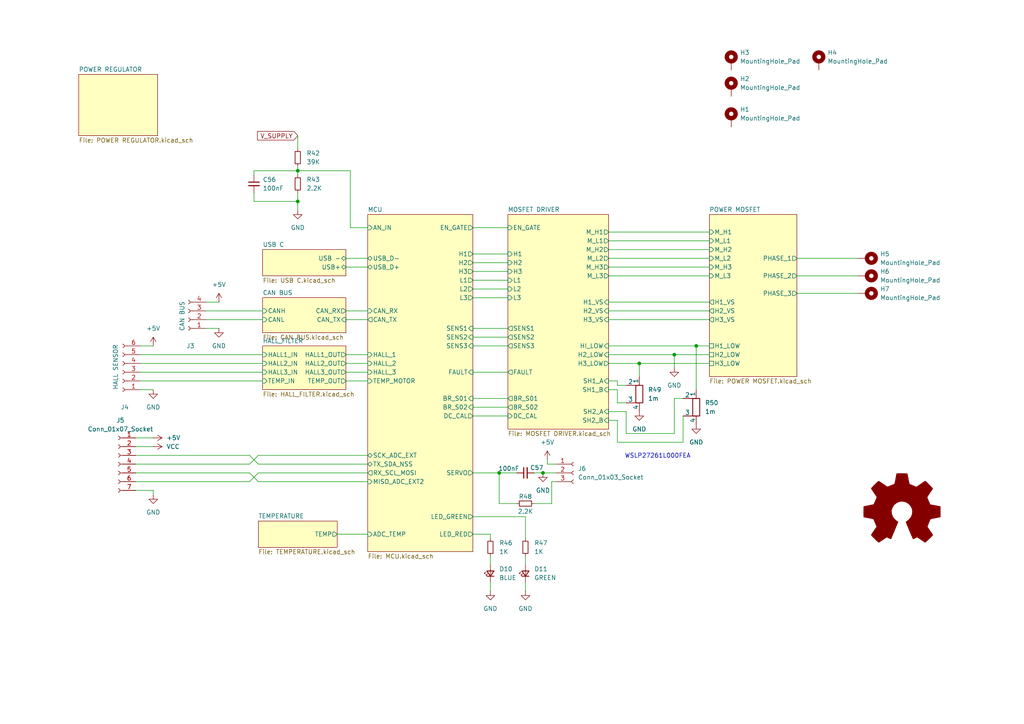
<source format=kicad_sch>
(kicad_sch (version 20231120) (generator "eeschema") (generator_version "8.0")
  (paper "A4")
  (lib_symbols
    (symbol "Connector:Conn_01x03_Socket" (pin_names (offset 1.016) hide)
      (property "Reference" "J" (at 0 5.08 0))
      (property "Value" "Conn_01x03_Socket" (at 0 -5.08 0))
      (symbol "Conn_01x03_Socket_1_1"
        (arc (start 0 -2.032) (mid -0.5058 -2.54) (end 0 -3.048) (stroke (width 0.1524)))
        (polyline (pts (xy -1.27 -2.54) (xy -0.508 -2.54)) (stroke (width 0.1524)))
        (polyline (pts (xy -1.27 0) (xy -0.508 0)) (stroke (width 0.1524)))
        (polyline (pts (xy -1.27 2.54) (xy -0.508 2.54)) (stroke (width 0.1524)))
        (arc (start 0 0.508) (mid -0.5058 0) (end 0 -0.508) (stroke (width 0.1524)))
        (arc (start 0 3.048) (mid -0.5058 2.54) (end 0 2.032) (stroke (width 0.1524)))
        (pin passive line (at -5.08 2.54 0) (length 3.81) (name "Pin_1") (number "1"))
        (pin passive line (at -5.08 0 0) (length 3.81) (name "Pin_2") (number "2"))
        (pin passive line (at -5.08 -2.54 0) (length 3.81) (name "Pin_3") (number "3"))
      )
    )
    (symbol "Connector:Conn_01x04_Socket" (pin_names (offset 1.016) hide)
      (property "Reference" "J" (at 0 5.08 0))
      (property "Value" "Conn_01x04_Socket" (at 0 -7.62 0))
      (symbol "Conn_01x04_Socket_1_1"
        (arc (start 0 -4.572) (mid -0.5058 -5.08) (end 0 -5.588) (stroke (width 0.1524)))
        (arc (start 0 -2.032) (mid -0.5058 -2.54) (end 0 -3.048) (stroke (width 0.1524)))
        (polyline (pts (xy -1.27 -5.08) (xy -0.508 -5.08)) (stroke (width 0.1524)))
        (polyline (pts (xy -1.27 -2.54) (xy -0.508 -2.54)) (stroke (width 0.1524)))
        (polyline (pts (xy -1.27 0) (xy -0.508 0)) (stroke (width 0.1524)))
        (polyline (pts (xy -1.27 2.54) (xy -0.508 2.54)) (stroke (width 0.1524)))
        (arc (start 0 0.508) (mid -0.5058 0) (end 0 -0.508) (stroke (width 0.1524)))
        (arc (start 0 3.048) (mid -0.5058 2.54) (end 0 2.032) (stroke (width 0.1524)))
        (pin passive line (at -5.08 2.54 0) (length 3.81) (name "Pin_1") (number "1"))
        (pin passive line (at -5.08 0 0) (length 3.81) (name "Pin_2") (number "2"))
        (pin passive line (at -5.08 -2.54 0) (length 3.81) (name "Pin_3") (number "3"))
        (pin passive line (at -5.08 -5.08 0) (length 3.81) (name "Pin_4") (number "4"))
      )
    )
    (symbol "Connector:Conn_01x06_Socket" (pin_names (offset 1.016) hide)
      (property "Reference" "J" (at 0 7.62 0))
      (property "Value" "Conn_01x06_Socket" (at 0 -10.16 0))
      (symbol "Conn_01x06_Socket_1_1"
        (arc (start 0 -7.112) (mid -0.5058 -7.62) (end 0 -8.128) (stroke (width 0.1524)))
        (arc (start 0 -4.572) (mid -0.5058 -5.08) (end 0 -5.588) (stroke (width 0.1524)))
        (arc (start 0 -2.032) (mid -0.5058 -2.54) (end 0 -3.048) (stroke (width 0.1524)))
        (polyline (pts (xy -1.27 -7.62) (xy -0.508 -7.62)) (stroke (width 0.1524)))
        (polyline (pts (xy -1.27 -5.08) (xy -0.508 -5.08)) (stroke (width 0.1524)))
        (polyline (pts (xy -1.27 -2.54) (xy -0.508 -2.54)) (stroke (width 0.1524)))
        (polyline (pts (xy -1.27 0) (xy -0.508 0)) (stroke (width 0.1524)))
        (polyline (pts (xy -1.27 2.54) (xy -0.508 2.54)) (stroke (width 0.1524)))
        (polyline (pts (xy -1.27 5.08) (xy -0.508 5.08)) (stroke (width 0.1524)))
        (arc (start 0 0.508) (mid -0.5058 0) (end 0 -0.508) (stroke (width 0.1524)))
        (arc (start 0 3.048) (mid -0.5058 2.54) (end 0 2.032) (stroke (width 0.1524)))
        (arc (start 0 5.588) (mid -0.5058 5.08) (end 0 4.572) (stroke (width 0.1524)))
        (pin passive line (at -5.08 5.08 0) (length 3.81) (name "Pin_1") (number "1"))
        (pin passive line (at -5.08 2.54 0) (length 3.81) (name "Pin_2") (number "2"))
        (pin passive line (at -5.08 0 0) (length 3.81) (name "Pin_3") (number "3"))
        (pin passive line (at -5.08 -2.54 0) (length 3.81) (name "Pin_4") (number "4"))
        (pin passive line (at -5.08 -5.08 0) (length 3.81) (name "Pin_5") (number "5"))
        (pin passive line (at -5.08 -7.62 0) (length 3.81) (name "Pin_6") (number "6"))
      )
    )
    (symbol "Connector:Conn_01x07_Socket" (pin_names (offset 1.016) hide)
      (property "Reference" "J" (at 0 10.16 0))
      (property "Value" "Conn_01x07_Socket" (at 0 -10.16 0))
      (symbol "Conn_01x07_Socket_1_1"
        (arc (start 0 -7.112) (mid -0.5058 -7.62) (end 0 -8.128) (stroke (width 0.1524)))
        (arc (start 0 -4.572) (mid -0.5058 -5.08) (end 0 -5.588) (stroke (width 0.1524)))
        (arc (start 0 -2.032) (mid -0.5058 -2.54) (end 0 -3.048) (stroke (width 0.1524)))
        (polyline (pts (xy -1.27 -7.62) (xy -0.508 -7.62)) (stroke (width 0.1524)))
        (polyline (pts (xy -1.27 -5.08) (xy -0.508 -5.08)) (stroke (width 0.1524)))
        (polyline (pts (xy -1.27 -2.54) (xy -0.508 -2.54)) (stroke (width 0.1524)))
        (polyline (pts (xy -1.27 0) (xy -0.508 0)) (stroke (width 0.1524)))
        (polyline (pts (xy -1.27 2.54) (xy -0.508 2.54)) (stroke (width 0.1524)))
        (polyline (pts (xy -1.27 5.08) (xy -0.508 5.08)) (stroke (width 0.1524)))
        (polyline (pts (xy -1.27 7.62) (xy -0.508 7.62)) (stroke (width 0.1524)))
        (arc (start 0 0.508) (mid -0.5058 0) (end 0 -0.508) (stroke (width 0.1524)))
        (arc (start 0 3.048) (mid -0.5058 2.54) (end 0 2.032) (stroke (width 0.1524)))
        (arc (start 0 5.588) (mid -0.5058 5.08) (end 0 4.572) (stroke (width 0.1524)))
        (arc (start 0 8.128) (mid -0.5058 7.62) (end 0 7.112) (stroke (width 0.1524)))
        (pin passive line (at -5.08 7.62 0) (length 3.81) (name "Pin_1") (number "1"))
        (pin passive line (at -5.08 5.08 0) (length 3.81) (name "Pin_2") (number "2"))
        (pin passive line (at -5.08 2.54 0) (length 3.81) (name "Pin_3") (number "3"))
        (pin passive line (at -5.08 0 0) (length 3.81) (name "Pin_4") (number "4"))
        (pin passive line (at -5.08 -2.54 0) (length 3.81) (name "Pin_5") (number "5"))
        (pin passive line (at -5.08 -5.08 0) (length 3.81) (name "Pin_6") (number "6"))
        (pin passive line (at -5.08 -7.62 0) (length 3.81) (name "Pin_7") (number "7"))
      )
    )
    (symbol "Device:C_Small" (pin_numbers hide) (pin_names (offset 0.254) hide)
      (property "Reference" "C" (at 0.254 1.778 0))
      (property "Value" "C_Small" (at 0.254 -2.032 0))
      (symbol "C_Small_0_1"
        (polyline (pts (xy -1.524 -0.508) (xy 1.524 -0.508)) (stroke (width 0.3302)))
        (polyline (pts (xy -1.524 0.508) (xy 1.524 0.508)) (stroke (width 0.3048)))
      )
      (symbol "C_Small_1_1"
        (pin passive line (at 0 2.54 270) (length 2.032) (name "~") (number "1"))
        (pin passive line (at 0 -2.54 90) (length 2.032) (name "~") (number "2"))
      )
    )
    (symbol "Device:LED_Small" (pin_numbers hide) (pin_names (offset 0.254) hide)
      (property "Reference" "D" (at -1.27 3.175 0))
      (property "Value" "LED_Small" (at -4.445 -2.54 0))
      (symbol "LED_Small_0_1"
        (polyline (pts (xy -0.762 -1.016) (xy -0.762 1.016)) (stroke (width 0.254)))
        (polyline (pts (xy 1.016 0) (xy -0.762 0)))
        (polyline (pts (xy 0.762 -1.016) (xy -0.762 0) (xy 0.762 1.016) (xy 0.762 -1.016)) (stroke (width 0.254)))
        (polyline (pts (xy 0 0.762) (xy -0.508 1.27) (xy -0.254 1.27) (xy -0.508 1.27) (xy -0.508 1.016)))
        (polyline (pts (xy 0.508 1.27) (xy 0 1.778) (xy 0.254 1.778) (xy 0 1.778) (xy 0 1.524)))
      )
      (symbol "LED_Small_1_1"
        (pin passive line (at -2.54 0 0) (length 1.778) (name "K") (number "1"))
        (pin passive line (at 2.54 0 180) (length 1.778) (name "A") (number "2"))
      )
    )
    (symbol "Device:R_Shunt" (pin_numbers hide) (pin_names (offset 0))
      (property "Reference" "R" (at -4.445 0 90))
      (property "Value" "R_Shunt" (at -2.54 0 90))
      (symbol "R_Shunt_0_1"
        (rectangle (start -1.016 -2.54) (end 1.016 2.54) (stroke (width 0.254)))
        (polyline (pts (xy 0 -2.54) (xy 1.27 -2.54)))
        (polyline (pts (xy 1.27 2.54) (xy 0 2.54)))
      )
      (symbol "R_Shunt_1_1"
        (pin passive line (at 0 5.08 270) (length 2.54) (name "1") (number "1"))
        (pin passive line (at 3.81 2.54 180) (length 2.54) (name "2") (number "2"))
        (pin passive line (at 3.81 -2.54 180) (length 2.54) (name "3") (number "3"))
        (pin passive line (at 0 -5.08 90) (length 2.54) (name "4") (number "4"))
      )
    )
    (symbol "Device:R_Small" (pin_numbers hide) (pin_names (offset 0.254) hide)
      (property "Reference" "R" (at 0.762 0.508 0))
      (property "Value" "R_Small" (at 0.762 -1.016 0))
      (symbol "R_Small_0_1"
        (rectangle (start -0.762 1.778) (end 0.762 -1.778) (stroke (width 0.2032)))
      )
      (symbol "R_Small_1_1"
        (pin passive line (at 0 2.54 270) (length 0.762) (name "~") (number "1"))
        (pin passive line (at 0 -2.54 90) (length 0.762) (name "~") (number "2"))
      )
    )
    (symbol "Graphic:Logo_Open_Hardware_Large" (in_bom no) (on_board no)
      (symbol "Logo_Open_Hardware_Large_1_1"
        (polyline (pts (xy 6.731 -8.7122) (xy 6.6294 -8.6614) (xy 6.35 -8.4836) (xy 5.9944 -8.255) (xy 5.5372 -7.9502) (xy 5.1054 -7.6454) (xy 4.7498 -7.4168) (xy 4.4958 -7.239) (xy 4.3942 -7.1882) (xy 4.318 -7.2136) (xy 4.1148 -7.3152) (xy 3.81 -7.4676) (xy 3.6322 -7.5692) (xy 3.3528 -7.6708) (xy 3.2258 -7.6962) (xy 3.2004 -7.6708) (xy 3.0988 -7.4676) (xy 2.9464 -7.0866) (xy 2.7178 -6.604) (xy 2.4892 -6.0452) (xy 2.2352 -5.4356) (xy 1.9558 -4.826) (xy 1.7272 -4.2164) (xy 1.4986 -3.683) (xy 1.3208 -3.2512) (xy 1.2192 -2.9464) (xy 1.1684 -2.8194) (xy 1.1938 -2.794) (xy 1.3208 -2.667) (xy 1.5748 -2.4892) (xy 2.0828 -2.0574) (xy 2.6162 -1.397) (xy 2.921 -0.6604) (xy 3.048 0.1524) (xy 2.9464 0.9144) (xy 2.6416 1.6256) (xy 2.1336 2.286) (xy 1.524 2.7686) (xy 0.8128 3.0734) (xy 0 3.175) (xy -0.762 3.0988) (xy -1.4986 2.794) (xy -2.159 2.286) (xy -2.4384 1.9812) (xy -2.8194 1.3208) (xy -3.048 0.6096) (xy -3.0734 0.4318) (xy -3.0226 -0.3556) (xy -2.794 -1.0922) (xy -2.3876 -1.7526) (xy -1.8288 -2.3114) (xy -1.7526 -2.3622) (xy -1.4732 -2.5654) (xy -1.2954 -2.6924) (xy -1.1684 -2.8194) (xy -2.159 -5.207) (xy -2.3114 -5.588) (xy -2.5908 -6.2484) (xy -2.8194 -6.8072) (xy -3.0226 -7.2644) (xy -3.1496 -7.5692) (xy -3.2258 -7.6708) (xy -3.2258 -7.6962) (xy -3.302 -7.6962) (xy -3.4798 -7.6454) (xy -3.8354 -7.4676) (xy -4.0386 -7.366) (xy -4.2926 -7.239) (xy -4.4196 -7.1882) (xy -4.5212 -7.239) (xy -4.7498 -7.3914) (xy -5.1054 -7.6454) (xy -5.5372 -7.9248) (xy -5.9436 -8.2042) (xy -6.3246 -8.4582) (xy -6.604 -8.636) (xy -6.731 -8.7122) (xy -6.7564 -8.7122) (xy -6.858 -8.636) (xy -7.0866 -8.4582) (xy -7.4168 -8.1534) (xy -7.874 -7.6962) (xy -7.9502 -7.62) (xy -8.3312 -7.239) (xy -8.636 -6.9088) (xy -8.8392 -6.6802) (xy -8.9154 -6.5786) (xy -8.9154 -6.5786) (xy -8.8392 -6.4516) (xy -8.6614 -6.1722) (xy -8.4328 -5.7912) (xy -8.128 -5.3594) (xy -7.3152 -4.191) (xy -7.7724 -3.0988) (xy -7.8994 -2.7686) (xy -8.0772 -2.3622) (xy -8.2042 -2.0828) (xy -8.255 -1.9558) (xy -8.382 -1.905) (xy -8.6614 -1.8542) (xy -9.0932 -1.7526) (xy -9.6266 -1.651) (xy -10.1092 -1.5748) (xy -10.541 -1.4732) (xy -10.8712 -1.4224) (xy -11.0236 -1.397) (xy -11.049 -1.3716) (xy -11.0744 -1.2954) (xy -11.0998 -1.143) (xy -11.0998 -0.889) (xy -11.1252 -0.4572) (xy -11.1252 0.1524) (xy -11.1252 0.2286) (xy -11.0998 0.8128) (xy -11.0998 1.27) (xy -11.0744 1.5494) (xy -11.0744 1.6764) (xy -11.0744 1.6764) (xy -10.922 1.7018) (xy -10.6172 1.778) (xy -10.16 1.8542) (xy -9.652 1.9558) (xy -9.6012 1.9812) (xy -9.0932 2.0828) (xy -8.636 2.159) (xy -8.3312 2.2352) (xy -8.2042 2.286) (xy -8.1788 2.3114) (xy -8.0772 2.5146) (xy -7.9248 2.8448) (xy -7.747 3.2512) (xy -7.5692 3.6576) (xy -7.4168 4.0386) (xy -7.3152 4.318) (xy -7.2898 4.445) (xy -7.2898 4.445) (xy -7.366 4.572) (xy -7.5438 4.826) (xy -7.7978 5.207) (xy -8.128 5.6642) (xy -8.128 5.6896) (xy -8.4328 6.1468) (xy -8.6868 6.5278) (xy -8.8392 6.7818) (xy -8.9154 6.9088) (xy -8.9154 6.9088) (xy -8.8138 7.0358) (xy -8.5852 7.2898) (xy -8.255 7.6454) (xy -7.874 8.0264) (xy -7.747 8.1534) (xy -7.3152 8.5852) (xy -7.0104 8.8646) (xy -6.8326 8.9916) (xy -6.731 9.0424) (xy -6.731 9.0424) (xy -6.604 8.9408) (xy -6.3246 8.763) (xy -5.9436 8.509) (xy -5.4864 8.2042) (xy -5.461 8.1788) (xy -5.0038 7.874) (xy -4.6482 7.62) (xy -4.3688 7.4422) (xy -4.2672 7.3914) (xy -4.2418 7.3914) (xy -4.064 7.4422) (xy -3.7338 7.5438) (xy -3.3528 7.6962) (xy -2.9464 7.874) (xy -2.5654 8.0264) (xy -2.286 8.1534) (xy -2.159 8.2296) (xy -2.159 8.2296) (xy -2.1082 8.382) (xy -2.032 8.7122) (xy -1.9304 9.1694) (xy -1.8288 9.7282) (xy -1.8034 9.8044) (xy -1.7018 10.3378) (xy -1.6256 10.7696) (xy -1.5748 11.0744) (xy -1.524 11.2014) (xy -1.4478 11.2268) (xy -1.1938 11.2522) (xy -0.8128 11.2522) (xy -0.3302 11.2522) (xy 0.1524 11.2522) (xy 0.6604 11.2522) (xy 1.0668 11.2268) (xy 1.3716 11.2014) (xy 1.4986 11.176) (xy 1.4986 11.176) (xy 1.5494 11.0236) (xy 1.6256 10.6934) (xy 1.7018 10.2108) (xy 1.8288 9.6774) (xy 1.8288 9.5758) (xy 1.9304 9.0424) (xy 2.032 8.6106) (xy 2.0828 8.3058) (xy 2.1336 8.2042) (xy 2.159 8.1788) (xy 2.3876 8.0772) (xy 2.7432 7.9248) (xy 3.175 7.747) (xy 4.191 7.3406) (xy 5.461 8.2042) (xy 5.5626 8.2804) (xy 6.0198 8.5852) (xy 6.3754 8.8392) (xy 6.6294 8.9916) (xy 6.7564 9.0424) (xy 6.7564 9.0424) (xy 6.8834 8.9408) (xy 7.1374 8.7122) (xy 7.4676 8.382) (xy 7.8486 7.9756) (xy 8.1534 7.6962) (xy 8.4836 7.3406) (xy 8.7122 7.112) (xy 8.8392 6.9596) (xy 8.8646 6.858) (xy 8.8646 6.8072) (xy 8.7884 6.6802) (xy 8.6106 6.4008) (xy 8.3312 6.0198) (xy 8.0264 5.588) (xy 7.7978 5.207) (xy 7.5184 4.8006) (xy 7.3406 4.4958) (xy 7.2898 4.3434) (xy 7.2898 4.2926) (xy 7.3914 4.0386) (xy 7.5184 3.683) (xy 7.7216 3.2258) (xy 8.1534 2.2352) (xy 8.7884 2.1082) (xy 9.1948 2.0574) (xy 9.7536 1.9304) (xy 10.2616 1.8288) (xy 11.0998 1.6764) (xy 11.1252 -1.3208) (xy 10.9982 -1.3716) (xy 10.8712 -1.397) (xy 10.5664 -1.4732) (xy 10.1346 -1.5494) (xy 9.6266 -1.651) (xy 9.1948 -1.7272) (xy 8.7376 -1.8288) (xy 8.4328 -1.8796) (xy 8.2804 -1.905) (xy 8.255 -1.9558) (xy 8.1534 -2.159) (xy 7.9756 -2.5146) (xy 7.8232 -2.921) (xy 7.6454 -3.3274) (xy 7.493 -3.7338) (xy 7.366 -4.0132) (xy 7.3406 -4.191) (xy 7.3914 -4.2926) (xy 7.5692 -4.5466) (xy 7.7978 -4.9276) (xy 8.1026 -5.3594) (xy 8.4074 -5.7912) (xy 8.6614 -6.1722) (xy 8.8138 -6.4262) (xy 8.89 -6.5532) (xy 8.8646 -6.6548) (xy 8.6868 -6.858) (xy 8.3566 -7.1882) (xy 7.874 -7.6708) (xy 7.7978 -7.747) (xy 7.3914 -8.128) (xy 7.0612 -8.4328) (xy 6.8326 -8.636) (xy 6.731 -8.7122)) (fill (type outline)))
      )
    )
    (symbol "Mechanical:MountingHole_Pad" (pin_numbers hide) (pin_names (offset 1.016) hide) (exclude_from_sim yes) (in_bom no)
      (property "Reference" "H" (at 0 6.35 0))
      (property "Value" "MountingHole_Pad" (at 0 4.445 0))
      (symbol "MountingHole_Pad_0_1"
        (circle (center 0 1.27) (radius 1.27) (stroke (width 1.27)))
      )
      (symbol "MountingHole_Pad_1_1"
        (pin input line (at 0 -2.54 90) (length 2.54) (name "1") (number "1"))
      )
    )
    (symbol "power:+5V" (power) (pin_numbers hide) (pin_names (offset 0) hide)
      (property "Value" "+5V" (at 0 3.556 0))
      (symbol "+5V_0_1"
        (polyline (pts (xy -0.762 1.27) (xy 0 2.54)))
        (polyline (pts (xy 0 0) (xy 0 2.54)))
        (polyline (pts (xy 0 2.54) (xy 0.762 1.27)))
      )
      (symbol "+5V_1_1"
        (pin power_in line (at 0 0 90) (length 0) (name "~") (number "1"))
      )
    )
    (symbol "power:GND" (power) (pin_numbers hide) (pin_names (offset 0) hide)
      (property "Value" "GND" (at 0 -3.81 0))
      (symbol "GND_0_1"
        (polyline (pts (xy 0 0) (xy 0 -1.27) (xy 1.27 -1.27) (xy 0 -2.54) (xy -1.27 -1.27) (xy 0 -1.27)))
      )
      (symbol "GND_1_1"
        (pin power_in line (at 0 0 270) (length 0) (name "~") (number "1"))
      )
    )
    (symbol "power:VCC" (power) (pin_numbers hide) (pin_names (offset 0) hide)
      (property "Value" "VCC" (at 0 3.556 0))
      (symbol "VCC_0_1"
        (polyline (pts (xy -0.762 1.27) (xy 0 2.54)))
        (polyline (pts (xy 0 0) (xy 0 2.54)))
        (polyline (pts (xy 0 2.54) (xy 0.762 1.27)))
      )
      (symbol "VCC_1_1"
        (pin power_in line (at 0 0 90) (length 0) (name "~") (number "1"))
      )
    )
  )
  (junction (at 201.93 100.33))
  (junction (at 144.78 137.16))
  (junction (at 195.58 102.87))
  (junction (at 86.36 49.53))
  (junction (at 157.48 137.16))
  (junction (at 185.42 105.41))
  (junction (at 86.36 58.42))
  (wire (pts (xy 86.36 58.42) (xy 86.36 55.88)))
  (wire (pts (xy 97.79 154.94) (xy 106.68 154.94)))
  (wire (pts (xy 144.78 146.05) (xy 144.78 137.16)))
  (wire (pts (xy 195.58 125.73) (xy 195.58 115.57)))
  (wire (pts (xy 176.53 74.93) (xy 205.74 74.93)))
  (wire (pts (xy 179.07 111.76) (xy 181.61 111.76)))
  (wire (pts (xy 142.24 154.94) (xy 142.24 156.21)))
  (wire (pts (xy 137.16 76.2) (xy 147.32 76.2)))
  (wire (pts (xy 39.37 137.16) (xy 72.39 137.16)))
  (wire (pts (xy 86.36 58.42) (xy 86.36 60.96)))
  (wire (pts (xy 100.33 74.93) (xy 106.68 74.93)))
  (wire (pts (xy 74.93 137.16) (xy 106.68 137.16)))
  (wire (pts (xy 195.58 102.87) (xy 205.74 102.87)))
  (wire (pts (xy 73.66 50.8) (xy 73.66 49.53)))
  (wire (pts (xy 161.29 134.62) (xy 158.75 134.62)))
  (wire (pts (xy 100.33 102.87) (xy 106.68 102.87)))
  (wire (pts (xy 137.16 118.11) (xy 147.32 118.11)))
  (wire (pts (xy 137.16 149.86) (xy 152.4 149.86)))
  (wire (pts (xy 176.53 113.03) (xy 179.07 113.03)))
  (wire (pts (xy 201.93 100.33) (xy 201.93 113.03)))
  (wire (pts (xy 154.94 146.05) (xy 160.02 146.05)))
  (wire (pts (xy 231.14 80.01) (xy 248.92 80.01)))
  (wire (pts (xy 176.53 92.71) (xy 205.74 92.71)))
  (wire (pts (xy 160.02 139.7) (xy 161.29 139.7)))
  (wire (pts (xy 176.53 121.92) (xy 179.07 121.92)))
  (wire (pts (xy 73.66 49.53) (xy 86.36 49.53)))
  (wire (pts (xy 176.53 80.01) (xy 205.74 80.01)))
  (wire (pts (xy 176.53 72.39) (xy 205.74 72.39)))
  (wire (pts (xy 176.53 119.38) (xy 181.61 119.38)))
  (wire (pts (xy 176.53 105.41) (xy 185.42 105.41)))
  (wire (pts (xy 101.6 49.53) (xy 101.6 66.04)))
  (wire (pts (xy 72.39 139.7) (xy 74.93 137.16)))
  (wire (pts (xy 152.4 168.91) (xy 152.4 171.45)))
  (wire (pts (xy 137.16 66.04) (xy 147.32 66.04)))
  (wire (pts (xy 74.93 132.08) (xy 106.68 132.08)))
  (wire (pts (xy 137.16 78.74) (xy 147.32 78.74)))
  (wire (pts (xy 198.12 128.27) (xy 198.12 120.65)))
  (wire (pts (xy 100.33 77.47) (xy 106.68 77.47)))
  (wire (pts (xy 185.42 105.41) (xy 185.42 109.22)))
  (wire (pts (xy 142.24 161.29) (xy 142.24 163.83)))
  (wire (pts (xy 86.36 49.53) (xy 101.6 49.53)))
  (wire (pts (xy 176.53 90.17) (xy 205.74 90.17)))
  (wire (pts (xy 142.24 168.91) (xy 142.24 171.45)))
  (wire (pts (xy 137.16 107.95) (xy 147.32 107.95)))
  (wire (pts (xy 72.39 132.08) (xy 74.93 134.62)))
  (wire (pts (xy 137.16 154.94) (xy 142.24 154.94)))
  (wire (pts (xy 137.16 115.57) (xy 147.32 115.57)))
  (wire (pts (xy 137.16 137.16) (xy 144.78 137.16)))
  (wire (pts (xy 185.42 105.41) (xy 205.74 105.41)))
  (wire (pts (xy 59.69 95.25) (xy 63.5 95.25)))
  (wire (pts (xy 39.37 139.7) (xy 72.39 139.7)))
  (wire (pts (xy 137.16 100.33) (xy 147.32 100.33)))
  (wire (pts (xy 59.69 92.71) (xy 76.2 92.71)))
  (wire (pts (xy 40.64 107.95) (xy 76.2 107.95)))
  (wire (pts (xy 157.48 137.16) (xy 161.29 137.16)))
  (wire (pts (xy 137.16 86.36) (xy 147.32 86.36)))
  (wire (pts (xy 40.64 100.33) (xy 44.45 100.33)))
  (wire (pts (xy 176.53 77.47) (xy 205.74 77.47)))
  (wire (pts (xy 39.37 132.08) (xy 72.39 132.08)))
  (wire (pts (xy 74.93 134.62) (xy 106.68 134.62)))
  (wire (pts (xy 231.14 85.09) (xy 248.92 85.09)))
  (wire (pts (xy 176.53 110.49) (xy 179.07 110.49)))
  (wire (pts (xy 72.39 137.16) (xy 74.93 139.7)))
  (wire (pts (xy 59.69 87.63) (xy 63.5 87.63)))
  (wire (pts (xy 179.07 110.49) (xy 179.07 111.76)))
  (wire (pts (xy 101.6 66.04) (xy 106.68 66.04)))
  (wire (pts (xy 179.07 128.27) (xy 198.12 128.27)))
  (wire (pts (xy 86.36 39.37) (xy 86.36 43.18)))
  (wire (pts (xy 160.02 146.05) (xy 160.02 139.7)))
  (wire (pts (xy 73.66 55.88) (xy 73.66 58.42)))
  (wire (pts (xy 39.37 127) (xy 44.45 127)))
  (wire (pts (xy 137.16 120.65) (xy 147.32 120.65)))
  (wire (pts (xy 86.36 48.26) (xy 86.36 49.53)))
  (wire (pts (xy 181.61 125.73) (xy 195.58 125.73)))
  (wire (pts (xy 176.53 69.85) (xy 205.74 69.85)))
  (wire (pts (xy 179.07 116.84) (xy 181.61 116.84)))
  (wire (pts (xy 137.16 81.28) (xy 147.32 81.28)))
  (wire (pts (xy 40.64 102.87) (xy 76.2 102.87)))
  (wire (pts (xy 73.66 58.42) (xy 86.36 58.42)))
  (wire (pts (xy 201.93 100.33) (xy 205.74 100.33)))
  (wire (pts (xy 100.33 107.95) (xy 106.68 107.95)))
  (wire (pts (xy 154.94 137.16) (xy 157.48 137.16)))
  (wire (pts (xy 137.16 73.66) (xy 147.32 73.66)))
  (wire (pts (xy 176.53 87.63) (xy 205.74 87.63)))
  (wire (pts (xy 100.33 92.71) (xy 106.68 92.71)))
  (wire (pts (xy 137.16 95.25) (xy 147.32 95.25)))
  (wire (pts (xy 137.16 83.82) (xy 147.32 83.82)))
  (wire (pts (xy 74.93 139.7) (xy 106.68 139.7)))
  (wire (pts (xy 149.86 146.05) (xy 144.78 146.05)))
  (wire (pts (xy 231.14 74.93) (xy 248.92 74.93)))
  (wire (pts (xy 100.33 110.49) (xy 106.68 110.49)))
  (wire (pts (xy 40.64 105.41) (xy 76.2 105.41)))
  (wire (pts (xy 179.07 121.92) (xy 179.07 128.27)))
  (wire (pts (xy 195.58 115.57) (xy 198.12 115.57)))
  (wire (pts (xy 59.69 90.17) (xy 76.2 90.17)))
  (wire (pts (xy 137.16 97.79) (xy 147.32 97.79)))
  (wire (pts (xy 152.4 149.86) (xy 152.4 156.21)))
  (wire (pts (xy 195.58 102.87) (xy 195.58 106.68)))
  (wire (pts (xy 176.53 102.87) (xy 195.58 102.87)))
  (wire (pts (xy 40.64 113.03) (xy 44.45 113.03)))
  (wire (pts (xy 181.61 119.38) (xy 181.61 125.73)))
  (wire (pts (xy 39.37 134.62) (xy 72.39 134.62)))
  (wire (pts (xy 100.33 105.41) (xy 106.68 105.41)))
  (wire (pts (xy 144.78 137.16) (xy 149.86 137.16)))
  (wire (pts (xy 100.33 90.17) (xy 106.68 90.17)))
  (wire (pts (xy 39.37 142.24) (xy 44.45 142.24)))
  (wire (pts (xy 40.64 110.49) (xy 76.2 110.49)))
  (wire (pts (xy 158.75 134.62) (xy 158.75 133.35)))
  (wire (pts (xy 176.53 67.31) (xy 205.74 67.31)))
  (wire (pts (xy 179.07 113.03) (xy 179.07 116.84)))
  (wire (pts (xy 72.39 134.62) (xy 74.93 132.08)))
  (wire (pts (xy 86.36 49.53) (xy 86.36 50.8)))
  (wire (pts (xy 44.45 142.24) (xy 44.45 143.51)))
  (wire (pts (xy 152.4 161.29) (xy 152.4 163.83)))
  (wire (pts (xy 176.53 100.33) (xy 201.93 100.33)))
  (wire (pts (xy 39.37 129.54) (xy 44.45 129.54)))
  (text "WSLP27261L000FEA" (at 190.754 132.334 0) (effects (font (size 1.27 1.27))))
  (global_label "V_SUPPLY" (shape input) (at 86.36 39.37 180) (property "Intersheetrefs" "${INTERSHEET_REFS}" (effects (hide yes))))
  (symbol (lib_id "Mechanical:MountingHole_Pad") (at 237.49 17.78 0) (unit 1) (exclude_from_sim yes) (in_bom no)
    (property "Reference" "H4" (at 240.03 15.2399 0) (effects (justify left)))
    (property "Value" "MountingHole_Pad" (at 240.03 17.7799 0) (effects (justify left)))
    (property "Footprint" "MountingHole:MountingHole_3.2mm_M3_Pad" (effects (hide yes)))
    (property "Description" "Mounting Hole with connection" (effects (hide yes)))
  )
  (symbol (lib_id "Connector:Conn_01x07_Socket") (at 34.29 134.62 0) (mirror y) (unit 1)
    (property "Reference" "J5" (at 34.925 121.92 0))
    (property "Value" "Conn_01x07_Socket" (at 34.925 124.46 0))
    (property "Footprint" "Connector_JST:JST_XH_B7B-XH-AM_1x07_P2.50mm_Vertical" (effects (hide yes)))
    (property "Description" "Generic connector, single row, 01x07, script generated" (effects (hide yes)))
  )
  (symbol (lib_id "power:GND") (at 86.36 60.96 0) (unit 1)
    (property "Reference" "#PWR066" (effects (hide yes)))
    (property "Value" "GND" (at 86.36 66.04 0))
    (property "Description" "Power symbol creates a global label with name \"GND\" , ground" (effects (hide yes)))
  )
  (symbol (lib_id "Device:R_Small") (at 152.4 146.05 90) (unit 1)
    (property "Reference" "R48" (at 152.4 144.018 90))
    (property "Value" "2.2K" (at 152.4 148.336 90))
    (property "Footprint" "Resistor_SMD:R_0603_1608Metric" (effects (hide yes)))
    (property "Description" "Resistor, small symbol" (effects (hide yes)))
  )
  (symbol (lib_id "power:GND") (at 195.58 106.68 0) (unit 1)
    (property "Reference" "#PWR034" (effects (hide yes)))
    (property "Value" "GND" (at 195.58 111.76 0))
    (property "Description" "Power symbol creates a global label with name \"GND\" , ground" (effects (hide yes)))
  )
  (symbol (lib_id "Device:C_Small") (at 73.66 53.34 0) (unit 1)
    (property "Reference" "C56" (at 76.2 52.0762 0) (effects (justify left)))
    (property "Value" "100nF" (at 76.2 54.6162 0) (effects (justify left)))
    (property "Footprint" "Capacitor_SMD:C_0603_1608Metric" (effects (hide yes)))
    (property "Description" "Unpolarized capacitor, small symbol" (effects (hide yes)))
  )
  (symbol (lib_id "Device:R_Small") (at 152.4 158.75 0) (unit 1)
    (property "Reference" "R47" (at 154.94 157.4799 0) (effects (justify left)))
    (property "Value" "1K" (at 154.94 160.0199 0) (effects (justify left)))
    (property "Footprint" "Resistor_SMD:R_0603_1608Metric" (effects (hide yes)))
    (property "Description" "Resistor, small symbol" (effects (hide yes)))
  )
  (symbol (lib_id "power:GND") (at 185.42 119.38 0) (unit 1)
    (property "Reference" "#PWR05" (effects (hide yes)))
    (property "Value" "GND" (at 185.42 124.46 0))
    (property "Description" "Power symbol creates a global label with name \"GND\" , ground" (effects (hide yes)))
  )
  (symbol (lib_id "power:GND") (at 44.45 143.51 0) (unit 1)
    (property "Reference" "#PWR078" (effects (hide yes)))
    (property "Value" "GND" (at 44.45 148.59 0))
    (property "Description" "Power symbol creates a global label with name \"GND\" , ground" (effects (hide yes)))
  )
  (symbol (lib_id "power:+5V") (at 44.45 100.33 0) (unit 1)
    (property "Reference" "#PWR077" (effects (hide yes)))
    (property "Value" "+5V" (at 44.45 95.25 0))
    (property "Description" "Power symbol creates a global label with name \"+5V\"" (effects (hide yes)))
  )
  (symbol (lib_id "Device:R_Shunt") (at 185.42 114.3 0) (mirror y) (unit 1)
    (property "Reference" "R49" (at 187.96 113.0299 0) (effects (justify right)))
    (property "Value" "1m" (at 187.96 115.5699 0) (effects (justify right)))
    (property "Footprint" "WSLP27261L000FEA:WSLP2726_1mOHM_VIS" (effects (hide yes)))
    (property "Description" "Shunt resistor" (effects (hide yes)))
  )
  (symbol (lib_id "Device:R_Small") (at 142.24 158.75 0) (unit 1)
    (property "Reference" "R46" (at 144.78 157.4799 0) (effects (justify left)))
    (property "Value" "1K" (at 144.78 160.0199 0) (effects (justify left)))
    (property "Footprint" "Resistor_SMD:R_0603_1608Metric" (effects (hide yes)))
    (property "Description" "Resistor, small symbol" (effects (hide yes)))
  )
  (symbol (lib_id "power:GND") (at 44.45 113.03 0) (unit 1)
    (property "Reference" "#PWR076" (effects (hide yes)))
    (property "Value" "GND" (at 44.45 118.11 0))
    (property "Description" "Power symbol creates a global label with name \"GND\" , ground" (effects (hide yes)))
  )
  (symbol (lib_id "power:+5V") (at 158.75 133.35 0) (unit 1)
    (property "Reference" "#PWR083" (effects (hide yes)))
    (property "Value" "+5V" (at 158.75 128.27 0))
    (property "Description" "Power symbol creates a global label with name \"+5V\"" (effects (hide yes)))
  )
  (symbol (lib_id "power:+5V") (at 44.45 127 270) (unit 1)
    (property "Reference" "#PWR079" (effects (hide yes)))
    (property "Value" "+5V" (at 48.26 126.9999 90) (effects (justify left)))
    (property "Description" "Power symbol creates a global label with name \"+5V\"" (effects (hide yes)))
  )
  (symbol (lib_id "Connector:Conn_01x04_Socket") (at 54.61 92.71 180) (unit 1)
    (property "Reference" "J3" (at 55.245 100.33 0))
    (property "Value" "CAN BUS" (at 52.832 91.694 90))
    (property "Footprint" "Connector_JST:JST_XH_B4B-XH-AM_1x04_P2.50mm_Vertical" (effects (hide yes)))
    (property "Description" "Generic connector, single row, 01x04, script generated" (effects (hide yes)))
  )
  (symbol (lib_id "Mechanical:MountingHole_Pad") (at 212.09 34.29 0) (unit 1) (exclude_from_sim yes) (in_bom no)
    (property "Reference" "H1" (at 214.63 31.7499 0) (effects (justify left)))
    (property "Value" "MountingHole_Pad" (at 214.63 34.2899 0) (effects (justify left)))
    (property "Footprint" "MountingHole:MountingHole_3.2mm_M3_Pad" (effects (hide yes)))
    (property "Description" "Mounting Hole with connection" (effects (hide yes)))
  )
  (symbol (lib_id "power:GND") (at 152.4 171.45 0) (unit 1)
    (property "Reference" "#PWR082" (effects (hide yes)))
    (property "Value" "GND" (at 152.4 176.53 0))
    (property "Description" "Power symbol creates a global label with name \"GND\" , ground" (effects (hide yes)))
  )
  (symbol (lib_id "Device:LED_Small") (at 152.4 166.37 90) (unit 1)
    (property "Reference" "D11" (at 154.94 165.0364 90) (effects (justify right)))
    (property "Value" "GREEN" (at 154.94 167.5764 90) (effects (justify right)))
    (property "Footprint" "LED_SMD:LED_0603_1608Metric_Pad1.05x0.95mm_HandSolder" (effects (hide yes)))
    (property "Description" "Light emitting diode, small symbol" (effects (hide yes)))
  )
  (symbol (lib_id "Mechanical:MountingHole_Pad") (at 212.09 17.78 0) (unit 1) (exclude_from_sim yes) (in_bom no)
    (property "Reference" "H3" (at 214.63 15.2399 0) (effects (justify left)))
    (property "Value" "MountingHole_Pad" (at 214.63 17.7799 0) (effects (justify left)))
    (property "Footprint" "MountingHole:MountingHole_3.2mm_M3_Pad" (effects (hide yes)))
    (property "Description" "Mounting Hole with connection" (effects (hide yes)))
  )
  (symbol (lib_id "Graphic:Logo_Open_Hardware_Large") (at 261.62 148.59 0) (unit 1) (exclude_from_sim yes) (in_bom no) (on_board no)
    (property "Reference" "#SYM1" (effects (hide yes)))
    (property "Value" "Logo_Open_Hardware_Large" (effects (hide yes)))
    (property "Footprint" "Symbol:OSHW-Logo_38.1x40mm_SilkScreen" (effects (hide yes)))
    (property "Description" "Open Hardware logo, large" (effects (hide yes)))
  )
  (symbol (lib_id "power:GND") (at 142.24 171.45 0) (unit 1)
    (property "Reference" "#PWR081" (effects (hide yes)))
    (property "Value" "GND" (at 142.24 176.53 0))
    (property "Description" "Power symbol creates a global label with name \"GND\" , ground" (effects (hide yes)))
  )
  (symbol (lib_id "Device:R_Small") (at 86.36 53.34 0) (unit 1)
    (property "Reference" "R43" (at 88.9 52.0699 0) (effects (justify left)))
    (property "Value" "2.2K" (at 88.9 54.6099 0) (effects (justify left)))
    (property "Footprint" "Resistor_SMD:R_0603_1608Metric" (effects (hide yes)))
    (property "Description" "Resistor, small symbol" (effects (hide yes)))
  )
  (symbol (lib_id "power:GND") (at 63.5 95.25 0) (unit 1)
    (property "Reference" "#PWR074" (effects (hide yes)))
    (property "Value" "GND" (at 63.5 100.33 0))
    (property "Description" "Power symbol creates a global label with name \"GND\" , ground" (effects (hide yes)))
  )
  (symbol (lib_id "power:GND") (at 201.93 123.19 0) (unit 1)
    (property "Reference" "#PWR033" (effects (hide yes)))
    (property "Value" "GND" (at 201.93 128.27 0))
    (property "Description" "Power symbol creates a global label with name \"GND\" , ground" (effects (hide yes)))
  )
  (symbol (lib_id "Device:LED_Small") (at 142.24 166.37 90) (unit 1)
    (property "Reference" "D10" (at 144.78 165.0364 90) (effects (justify right)))
    (property "Value" "BLUE" (at 144.78 167.5764 90) (effects (justify right)))
    (property "Footprint" "LED_SMD:LED_0603_1608Metric_Pad1.05x0.95mm_HandSolder" (effects (hide yes)))
    (property "Description" "Light emitting diode, small symbol" (effects (hide yes)))
  )
  (symbol (lib_id "power:+5V") (at 63.5 87.63 0) (unit 1)
    (property "Reference" "#PWR075" (effects (hide yes)))
    (property "Value" "+5V" (at 63.5 82.55 0))
    (property "Description" "Power symbol creates a global label with name \"+5V\"" (effects (hide yes)))
  )
  (symbol (lib_id "Device:R_Shunt") (at 201.93 118.11 0) (mirror y) (unit 1)
    (property "Reference" "R50" (at 204.47 116.8399 0) (effects (justify right)))
    (property "Value" "1m" (at 204.47 119.3799 0) (effects (justify right)))
    (property "Footprint" "WSLP27261L000FEA:WSLP2726_1mOHM_VIS" (effects (hide yes)))
    (property "Description" "Shunt resistor" (effects (hide yes)))
  )
  (symbol (lib_id "Device:R_Small") (at 86.36 45.72 0) (unit 1)
    (property "Reference" "R42" (at 88.9 44.4499 0) (effects (justify left)))
    (property "Value" "39K" (at 88.9 46.9899 0) (effects (justify left)))
    (property "Footprint" "Resistor_SMD:R_0603_1608Metric" (effects (hide yes)))
    (property "Description" "Resistor, small symbol" (effects (hide yes)))
  )
  (symbol (lib_id "power:GND") (at 157.48 137.16 0) (unit 1)
    (property "Reference" "#PWR084" (effects (hide yes)))
    (property "Value" "GND" (at 157.48 142.24 0))
    (property "Description" "Power symbol creates a global label with name \"GND\" , ground" (effects (hide yes)))
  )
  (symbol (lib_id "Mechanical:MountingHole_Pad") (at 251.46 85.09 270) (unit 1) (exclude_from_sim yes) (in_bom no)
    (property "Reference" "H7" (at 255.27 83.8199 90) (effects (justify left)))
    (property "Value" "MountingHole_Pad" (at 255.27 86.3599 90) (effects (justify left)))
    (property "Footprint" "MountingHole:MountingHole_4.3mm_M4_ISO7380_Pad" (effects (hide yes)))
    (property "Description" "Mounting Hole with connection" (effects (hide yes)))
  )
  (symbol (lib_id "Connector:Conn_01x06_Socket") (at 35.56 107.95 180) (unit 1)
    (property "Reference" "J4" (at 36.195 118.11 0))
    (property "Value" "HALL SENSOR" (at 33.528 106.426 90))
    (property "Footprint" "Connector_JST:JST_XH_B6B-XH-AM_1x06_P2.50mm_Vertical" (effects (hide yes)))
    (property "Description" "Generic connector, single row, 01x06, script generated" (effects (hide yes)))
  )
  (symbol (lib_id "Mechanical:MountingHole_Pad") (at 251.46 80.01 270) (unit 1) (exclude_from_sim yes) (in_bom no)
    (property "Reference" "H6" (at 255.27 78.7399 90) (effects (justify left)))
    (property "Value" "MountingHole_Pad" (at 255.27 81.2799 90) (effects (justify left)))
    (property "Footprint" "MountingHole:MountingHole_4.3mm_M4_ISO7380_Pad" (effects (hide yes)))
    (property "Description" "Mounting Hole with connection" (effects (hide yes)))
  )
  (symbol (lib_id "Mechanical:MountingHole_Pad") (at 251.46 74.93 270) (unit 1) (exclude_from_sim yes) (in_bom no)
    (property "Reference" "H5" (at 255.27 73.6599 90) (effects (justify left)))
    (property "Value" "MountingHole_Pad" (at 255.27 76.1999 90) (effects (justify left)))
    (property "Footprint" "MountingHole:MountingHole_4.3mm_M4_ISO7380_Pad" (effects (hide yes)))
    (property "Description" "Mounting Hole with connection" (effects (hide yes)))
  )
  (symbol (lib_id "Device:C_Small") (at 152.4 137.16 90) (unit 1)
    (property "Reference" "C57" (at 155.702 135.636 90))
    (property "Value" "100nF" (at 147.574 135.89 90))
    (property "Footprint" "Capacitor_SMD:C_0603_1608Metric" (effects (hide yes)))
    (property "Description" "Unpolarized capacitor, small symbol" (effects (hide yes)))
  )
  (symbol (lib_id "power:VCC") (at 44.45 129.54 270) (unit 1)
    (property "Reference" "#PWR080" (effects (hide yes)))
    (property "Value" "VCC" (at 48.26 129.5399 90) (effects (justify left)))
    (property "Description" "Power symbol creates a global label with name \"VCC\"" (effects (hide yes)))
  )
  (symbol (lib_id "Mechanical:MountingHole_Pad") (at 212.09 25.4 0) (unit 1) (exclude_from_sim yes) (in_bom no)
    (property "Reference" "H2" (at 214.63 22.8599 0) (effects (justify left)))
    (property "Value" "MountingHole_Pad" (at 214.63 25.3999 0) (effects (justify left)))
    (property "Footprint" "MountingHole:MountingHole_3.2mm_M3_Pad" (effects (hide yes)))
    (property "Description" "Mounting Hole with connection" (effects (hide yes)))
  )
  (symbol (lib_id "Connector:Conn_01x03_Socket") (at 166.37 137.16 0) (unit 1)
    (property "Reference" "J6" (at 167.64 135.8899 0) (effects (justify left)))
    (property "Value" "Conn_01x03_Socket" (at 167.64 138.4299 0) (effects (justify left)))
    (property "Footprint" "Connector_JST:JST_XH_B3B-XH-AM_1x03_P2.50mm_Vertical" (effects (hide yes)))
    (property "Description" "Generic connector, single row, 01x03, script generated" (effects (hide yes)))
  )
  (sheet (at 106.68 62.23) (size 30.48 97.79) (stroke (width 0.1524)) (fill (color 255 255 194 1.0000))
    (property "Sheetname" "MCU" (at 106.68 61.5184 0) (effects (justify left bottom)))
    (property "Sheetfile" "MCU.kicad_sch" (at 106.68 160.6046 0) (effects (justify left top)))
    (pin "FAULT" input (at 137.16 107.95 0))
    (pin "EN_GATE" output (at 137.16 66.04 0))
    (pin "HALL_3" input (at 106.68 107.95 180))
    (pin "TEMP_MOTOR" input (at 106.68 110.49 180))
    (pin "LED_GREEN" output (at 137.16 149.86 0))
    (pin "LED_RED" output (at 137.16 154.94 0))
    (pin "TX_SDA_NSS" bidirectional (at 106.68 134.62 180))
    (pin "AN_IN" input (at 106.68 66.04 180))
    (pin "RX_SCL_MOSI" output (at 106.68 137.16 180))
    (pin "SENS3" input (at 137.16 100.33 0))
    (pin "SCK_ADC_EXT" bidirectional (at 106.68 132.08 180))
    (pin "ADC_TEMP" input (at 106.68 154.94 180))
    (pin "SENS2" input (at 137.16 97.79 0))
    (pin "SENS1" input (at 137.16 95.25 0))
    (pin "MISO_ADC_EXT2" input (at 106.68 139.7 180))
    (pin "H1" output (at 137.16 73.66 0))
    (pin "H3" output (at 137.16 78.74 0))
    (pin "H2" output (at 137.16 76.2 0))
    (pin "BR_S02" input (at 137.16 118.11 0))
    (pin "BR_S01" input (at 137.16 115.57 0))
    (pin "L2" output (at 137.16 83.82 0))
    (pin "L1" output (at 137.16 81.28 0))
    (pin "L3" output (at 137.16 86.36 0))
    (pin "SERVO" output (at 137.16 137.16 0))
    (pin "CAN_TX" output (at 106.68 92.71 180))
    (pin "CAN_RX" input (at 106.68 90.17 180))
    (pin "HALL_2" input (at 106.68 105.41 180))
    (pin "HALL_1" input (at 106.68 102.87 180))
    (pin "DC_CAL" output (at 137.16 120.65 0))
    (pin "USB_D+" bidirectional (at 106.68 77.47 180))
    (pin "USB_D-" bidirectional (at 106.68 74.93 180))
  )
  (sheet (at 74.93 151.13) (size 22.86 7.62) (stroke (width 0.1524)) (fill (color 255 255 194 1.0000))
    (property "Sheetname" "TEMPERATURE" (at 74.93 150.4184 0) (effects (justify left bottom)))
    (property "Sheetfile" "TEMPERATURE.kicad_sch" (at 74.93 159.3346 0) (effects (justify left top)))
    (pin "TEMP" output (at 97.79 154.94 0))
  )
  (sheet (at 76.2 100.33) (size 24.13 12.7) (stroke (width 0.1524)) (fill (color 255 255 194 1.0000))
    (property "Sheetname" "HALL_FILTER" (at 76.2 99.6184 0) (effects (justify left bottom)))
    (property "Sheetfile" "HALL_FILTER.kicad_sch" (at 76.2 113.6146 0) (effects (justify left top)))
    (pin "TEMP_OUT" output (at 100.33 110.49 0))
    (pin "TEMP_IN" input (at 76.2 110.49 180))
    (pin "HALL3_OUT" output (at 100.33 107.95 0))
    (pin "HALL2_OUT" output (at 100.33 105.41 0))
    (pin "HALL2_IN" input (at 76.2 105.41 180))
    (pin "HALL1_IN" input (at 76.2 102.87 180))
    (pin "HALL1_OUT" output (at 100.33 102.87 0))
    (pin "HALL3_IN" input (at 76.2 107.95 180))
  )
  (sheet (at 205.74 62.23) (size 25.4 46.99) (stroke (width 0.1524) (color 132 0 0 1)) (fill (color 255 255 194 1.0000))
    (property "Sheetname" "POWER MOSFET" (at 205.74 61.5184 0) (effects (justify left bottom)))
    (property "Sheetfile" "POWER MOSFET.kicad_sch" (at 205.74 109.8046 0) (effects (justify left top)))
    (pin "M_L1" input (at 205.74 69.85 180))
    (pin "H1_VS" output (at 205.74 87.63 180))
    (pin "M_H1" input (at 205.74 67.31 180))
    (pin "PHASE_1" output (at 231.14 74.93 0))
    (pin "H1_LOW" passive (at 205.74 100.33 180))
    (pin "M_H3" input (at 205.74 77.47 180))
    (pin "H3_VS" output (at 205.74 92.71 180))
    (pin "PHASE_3" output (at 231.14 85.09 0))
    (pin "M_H2" input (at 205.74 72.39 180))
    (pin "H2_VS" output (at 205.74 90.17 180))
    (pin "M_L2" input (at 205.74 74.93 180))
    (pin "PHASE_2" output (at 231.14 80.01 0))
    (pin "H3_LOW" passive (at 205.74 105.41 180))
    (pin "M_L3" input (at 205.74 80.01 180))
    (pin "H2_LOW" passive (at 205.74 102.87 180))
  )
  (sheet (at 76.2 86.36) (size 24.13 10.16) (stroke (width 0.1524)) (fill (color 255 255 194 1.0000))
    (property "Sheetname" "CAN BUS" (at 76.2 85.6484 0) (effects (justify left bottom)))
    (property "Sheetfile" "CAN BUS.kicad_sch" (at 76.2 97.1046 0) (effects (justify left top)))
    (pin "CANL" input (at 76.2 92.71 180))
    (pin "CANH" input (at 76.2 90.17 180))
    (pin "CAN_TX" input (at 100.33 92.71 0))
    (pin "CAN_RX" output (at 100.33 90.17 0))
  )
  (sheet (at 147.32 62.23) (size 29.21 62.23) (stroke (width 0.1524)) (fill (color 255 255 194 1.0000))
    (property "Sheetname" "MOSFET DRIVER" (at 147.32 61.5184 0) (effects (justify left bottom)))
    (property "Sheetfile" "MOSFET DRIVER.kicad_sch" (at 147.32 125.0446 0) (effects (justify left top)))
    (pin "SH1_B" input (at 176.53 113.03 0))
    (pin "SH2_A" input (at 176.53 119.38 0))
    (pin "SH2_B" input (at 176.53 121.92 0))
    (pin "SH1_A" input (at 176.53 110.49 0))
    (pin "H3_VS" input (at 176.53 92.71 0))
    (pin "SENS3" output (at 147.32 100.33 180))
    (pin "SENS2" output (at 147.32 97.79 180))
    (pin "H1_VS" input (at 176.53 87.63 0))
    (pin "SENS1" output (at 147.32 95.25 180))
    (pin "H2_VS" input (at 176.53 90.17 0))
    (pin "M_L1" output (at 176.53 69.85 0))
    (pin "M_H1" output (at 176.53 67.31 0))
    (pin "HI_LOW" input (at 176.53 100.33 0))
    (pin "M_H2" output (at 176.53 72.39 0))
    (pin "DC_CAL" input (at 147.32 120.65 180))
    (pin "L1" input (at 147.32 81.28 180))
    (pin "H1" input (at 147.32 73.66 180))
    (pin "EN_GATE" input (at 147.32 66.04 180))
    (pin "H2" input (at 147.32 76.2 180))
    (pin "L2" input (at 147.32 83.82 180))
    (pin "L3" input (at 147.32 86.36 180))
    (pin "H3" input (at 147.32 78.74 180))
    (pin "H3_LOW" output (at 176.53 105.41 0))
    (pin "M_L2" output (at 176.53 74.93 0))
    (pin "H2_LOW" input (at 176.53 102.87 0))
    (pin "M_H3" output (at 176.53 77.47 0))
    (pin "M_L3" output (at 176.53 80.01 0))
    (pin "FAULT" output (at 147.32 107.95 180))
    (pin "BR_S02" output (at 147.32 118.11 180))
    (pin "BR_S01" output (at 147.32 115.57 180))
  )
  (sheet (at 76.2 72.39) (size 24.13 7.62) (stroke (width 0.1524)) (fill (color 255 255 194 1.0000))
    (property "Sheetname" "USB C" (at 76.2 71.6784 0) (effects (justify left bottom)))
    (property "Sheetfile" "USB C.kicad_sch" (at 76.2 80.5946 0) (effects (justify left top)))
    (pin "USB -" bidirectional (at 100.33 74.93 0))
    (pin "USB+" bidirectional (at 100.33 77.47 0))
  )
  (sheet (at 22.86 21.59) (size 22.86 17.78) (stroke (width 0.1524)) (fill (color 255 255 194 1.0000))
    (property "Sheetname" "POWER REGULATOR" (at 22.86 20.8784 0) (effects (justify left bottom)))
    (property "Sheetfile" "POWER REGULATOR.kicad_sch" (at 22.86 39.9546 0) (effects (justify left top)))
  )
)
</source>
